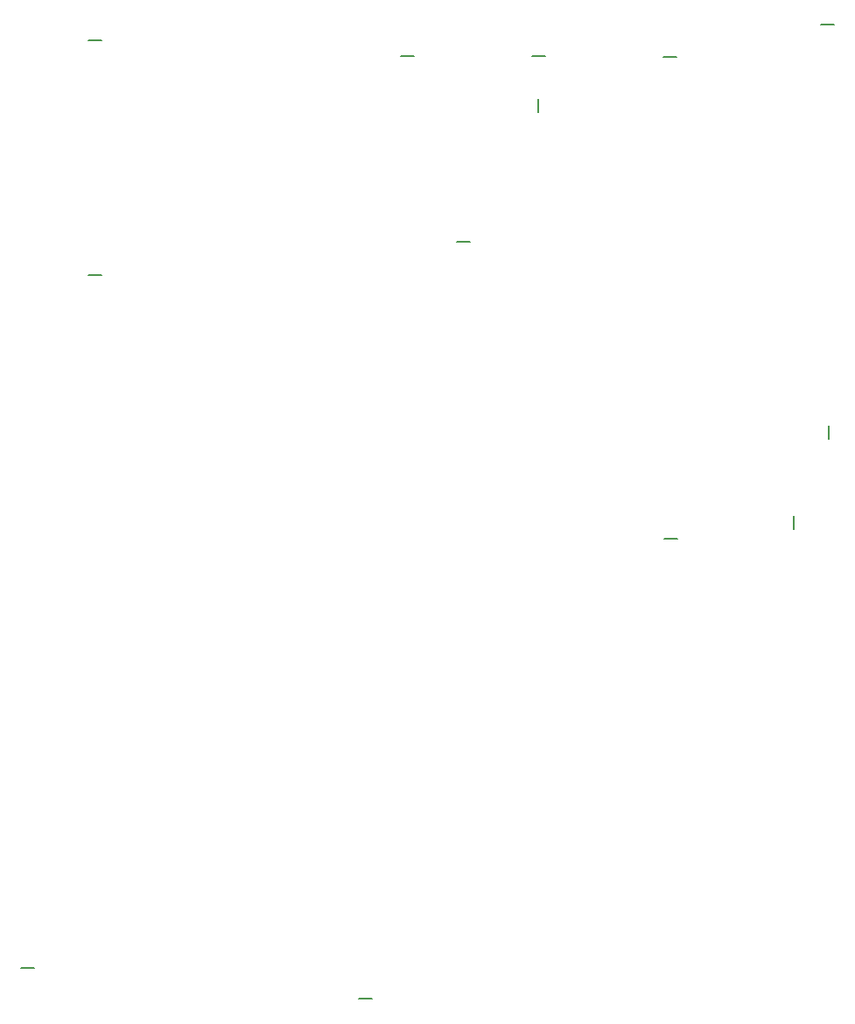
<source format=gbo>
G75*
%MOIN*%
%OFA0B0*%
%FSLAX25Y25*%
%IPPOS*%
%LPD*%
%AMOC8*
5,1,8,0,0,1.08239X$1,22.5*
%
%ADD10C,0.00800*%
D10*
X0102528Y0029756D02*
X0107528Y0029756D01*
X0231032Y0018268D02*
X0236032Y0018268D01*
X0347331Y0193150D02*
X0352331Y0193150D01*
X0396627Y0196846D02*
X0396627Y0201846D01*
X0409926Y0231256D02*
X0409926Y0236256D01*
X0299383Y0355626D02*
X0299383Y0360626D01*
X0297095Y0376850D02*
X0302095Y0376850D01*
X0347017Y0376693D02*
X0352017Y0376693D01*
X0406938Y0388772D02*
X0411938Y0388772D01*
X0273434Y0306094D02*
X0268434Y0306094D01*
X0251938Y0376929D02*
X0246938Y0376929D01*
X0133001Y0382866D02*
X0128001Y0382866D01*
X0128001Y0293496D02*
X0133001Y0293496D01*
M02*

</source>
